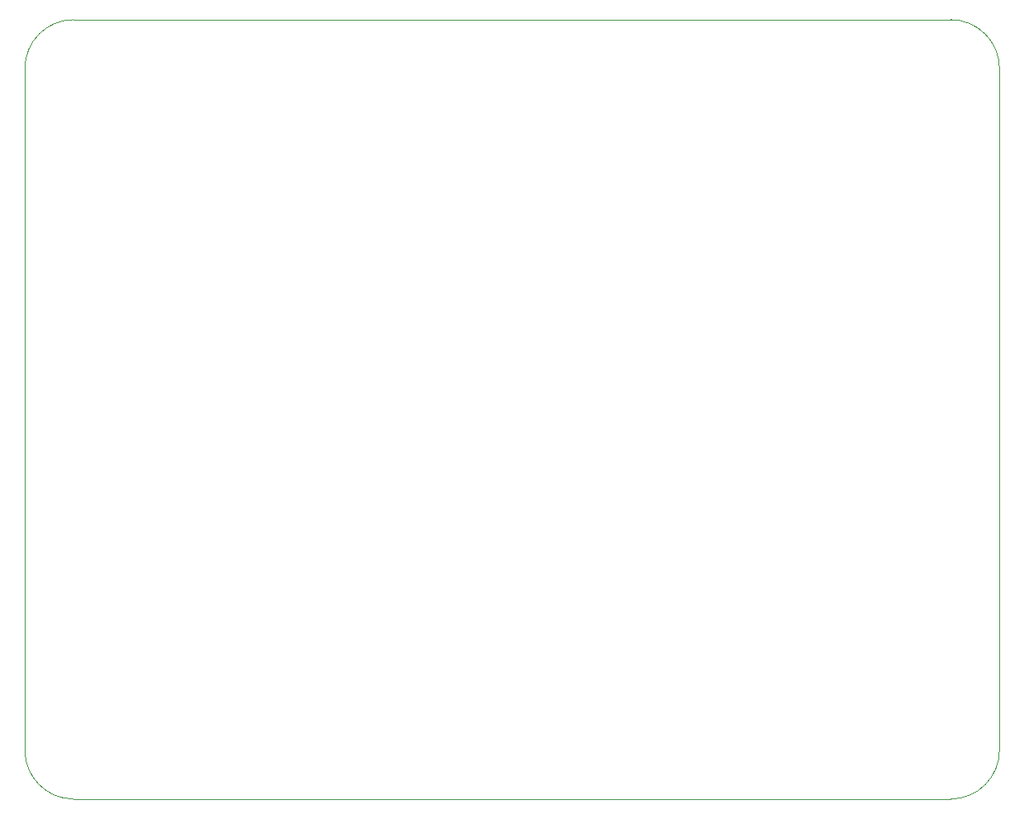
<source format=gbr>
%TF.GenerationSoftware,KiCad,Pcbnew,7.0.6*%
%TF.CreationDate,2023-11-14T23:27:57+05:30*%
%TF.ProjectId,Prometheus v2.0,50726f6d-6574-4686-9575-732076322e30,2.3*%
%TF.SameCoordinates,Original*%
%TF.FileFunction,Profile,NP*%
%FSLAX46Y46*%
G04 Gerber Fmt 4.6, Leading zero omitted, Abs format (unit mm)*
G04 Created by KiCad (PCBNEW 7.0.6) date 2023-11-14 23:27:57*
%MOMM*%
%LPD*%
G01*
G04 APERTURE LIST*
%TA.AperFunction,Profile*%
%ADD10C,0.100000*%
%TD*%
G04 APERTURE END LIST*
D10*
X92046000Y-56030000D02*
X182046000Y-56030000D01*
X92046000Y-56030000D02*
G75*
G03*
X87046000Y-61030000I0J-5000000D01*
G01*
X182046000Y-136030000D02*
X92046000Y-136030000D01*
X187046000Y-61030000D02*
X187046000Y-131030000D01*
X87046000Y-131030000D02*
G75*
G03*
X92046000Y-136030000I5000000J0D01*
G01*
X182046000Y-136030000D02*
G75*
G03*
X187046000Y-131030000I0J5000000D01*
G01*
X187046000Y-61030000D02*
G75*
G03*
X182046000Y-56030000I-5000000J0D01*
G01*
X87046000Y-131030000D02*
X87046000Y-61030000D01*
M02*

</source>
